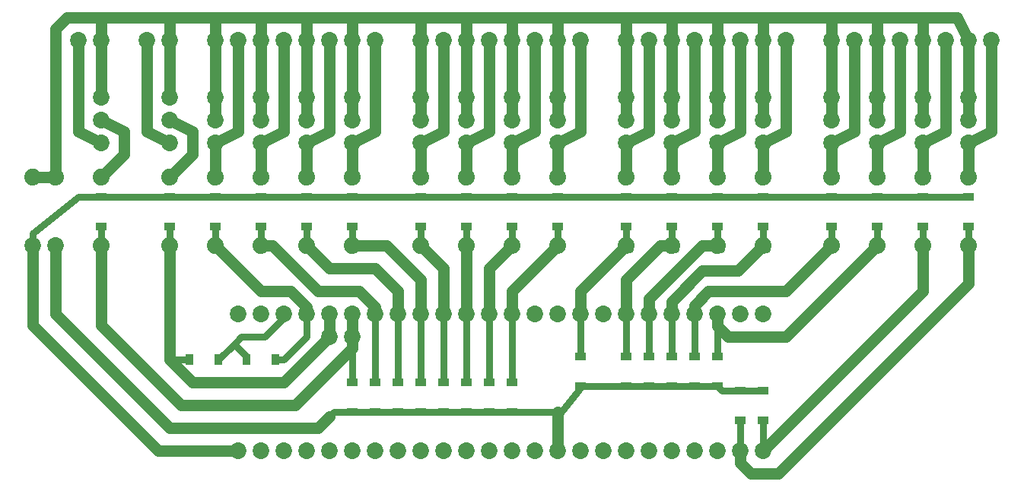
<source format=gbr>
G04 #@! TF.GenerationSoftware,KiCad,Pcbnew,(5.99.0-2302-g1dc804232)*
G04 #@! TF.CreationDate,2020-09-06T18:17:11-07:00*
G04 #@! TF.ProjectId,teensy,7465656e-7379-42e6-9b69-6361645f7063,rev?*
G04 #@! TF.SameCoordinates,Original*
G04 #@! TF.FileFunction,Copper,L2,Bot*
G04 #@! TF.FilePolarity,Positive*
%FSLAX46Y46*%
G04 Gerber Fmt 4.6, Leading zero omitted, Abs format (unit mm)*
G04 Created by KiCad (PCBNEW (5.99.0-2302-g1dc804232)) date 2020-09-06 18:17:11*
%MOMM*%
%LPD*%
G01*
G04 APERTURE LIST*
G04 #@! TA.AperFunction,ComponentPad*
%ADD10C,1.854200*%
G04 #@! TD*
G04 #@! TA.AperFunction,ComponentPad*
%ADD11C,1.879600*%
G04 #@! TD*
G04 #@! TA.AperFunction,SMDPad,CuDef*
%ADD12R,1.200000X0.900000*%
G04 #@! TD*
G04 #@! TA.AperFunction,SMDPad,CuDef*
%ADD13R,0.900000X1.200000*%
G04 #@! TD*
G04 #@! TA.AperFunction,Conductor*
%ADD14C,1.270000*%
G04 #@! TD*
G04 #@! TA.AperFunction,Conductor*
%ADD15C,0.762000*%
G04 #@! TD*
G04 APERTURE END LIST*
D10*
X165100000Y-144780000D03*
X167640000Y-144780000D03*
X170180000Y-144780000D03*
X172720000Y-144780000D03*
X162560000Y-144780000D03*
X160020000Y-144780000D03*
X157480000Y-144780000D03*
X175260000Y-144780000D03*
X177800000Y-144780000D03*
X180340000Y-144780000D03*
X182880000Y-144780000D03*
X182880000Y-129540000D03*
X180340000Y-129540000D03*
X177800000Y-129540000D03*
X175260000Y-129540000D03*
X172720000Y-129540000D03*
X170180000Y-129540000D03*
X167640000Y-129540000D03*
X165100000Y-129540000D03*
X154940000Y-144780000D03*
X152400000Y-144780000D03*
X149860000Y-144780000D03*
X147320000Y-144780000D03*
X144780000Y-144780000D03*
X142240000Y-144780000D03*
X139700000Y-144780000D03*
X137160000Y-144780000D03*
X134620000Y-144780000D03*
X132080000Y-144780000D03*
X129540000Y-144780000D03*
X127000000Y-144780000D03*
X124460000Y-144780000D03*
X162560000Y-129540000D03*
X160020000Y-129540000D03*
X157480000Y-129540000D03*
X154940000Y-129540000D03*
X152400000Y-129540000D03*
X149860000Y-129540000D03*
X147320000Y-129540000D03*
X144780000Y-129540000D03*
X142240000Y-129540000D03*
X139700000Y-129540000D03*
X137160000Y-129540000D03*
X134620000Y-129540000D03*
X132080000Y-129540000D03*
X129540000Y-129540000D03*
X127000000Y-129540000D03*
X124460000Y-129540000D03*
X134620000Y-132080000D03*
X137160000Y-132080000D03*
D11*
X109220000Y-121920000D03*
X109220000Y-114300000D03*
X116840000Y-121920000D03*
X116840000Y-114300000D03*
D10*
X109220000Y-99060000D03*
X106680000Y-99060000D03*
X116840000Y-99060000D03*
X114300000Y-99060000D03*
X144780000Y-99060000D03*
X147320000Y-99060000D03*
X149860000Y-99060000D03*
X152400000Y-99060000D03*
X154940000Y-99060000D03*
X157480000Y-99060000D03*
X160020000Y-99060000D03*
X162560000Y-99060000D03*
X121920000Y-99060000D03*
X124460000Y-99060000D03*
X127000000Y-99060000D03*
X129540000Y-99060000D03*
X132080000Y-99060000D03*
X134620000Y-99060000D03*
X137160000Y-99060000D03*
X139700000Y-99060000D03*
X190500000Y-99060000D03*
X193040000Y-99060000D03*
X195580000Y-99060000D03*
X198120000Y-99060000D03*
X200660000Y-99060000D03*
X203200000Y-99060000D03*
X205740000Y-99060000D03*
X208280000Y-99060000D03*
X167640000Y-99060000D03*
X170180000Y-99060000D03*
X172720000Y-99060000D03*
X175260000Y-99060000D03*
X177800000Y-99060000D03*
X180340000Y-99060000D03*
X182880000Y-99060000D03*
X185420000Y-99060000D03*
X109220000Y-110490000D03*
X109220000Y-107950000D03*
X109220000Y-105410000D03*
X116840000Y-110490000D03*
X116840000Y-107950000D03*
X116840000Y-105410000D03*
X160020000Y-110490000D03*
X160020000Y-107950000D03*
X160020000Y-105410000D03*
X154940000Y-110490000D03*
X154940000Y-107950000D03*
X154940000Y-105410000D03*
X149860000Y-110490000D03*
X149860000Y-107950000D03*
X149860000Y-105410000D03*
X144780000Y-110490000D03*
X144780000Y-107950000D03*
X144780000Y-105410000D03*
X137160000Y-110490000D03*
X137160000Y-107950000D03*
X137160000Y-105410000D03*
X132080000Y-110490000D03*
X132080000Y-107950000D03*
X132080000Y-105410000D03*
X127000000Y-110490000D03*
X127000000Y-107950000D03*
X127000000Y-105410000D03*
X121920000Y-110490000D03*
X121920000Y-107950000D03*
X121920000Y-105410000D03*
X205740000Y-110490000D03*
X205740000Y-107950000D03*
X205740000Y-105410000D03*
X200660000Y-110490000D03*
X200660000Y-107950000D03*
X200660000Y-105410000D03*
X195580000Y-110490000D03*
X195580000Y-107950000D03*
X195580000Y-105410000D03*
X190500000Y-110490000D03*
X190500000Y-107950000D03*
X190500000Y-105410000D03*
X182880000Y-110490000D03*
X182880000Y-107950000D03*
X182880000Y-105410000D03*
X177800000Y-110490000D03*
X177800000Y-107950000D03*
X177800000Y-105410000D03*
X172720000Y-110490000D03*
X172720000Y-107950000D03*
X172720000Y-105410000D03*
D11*
X137160000Y-121920000D03*
X137160000Y-114300000D03*
X132080000Y-121920000D03*
X132080000Y-114300000D03*
X127000000Y-121920000D03*
X127000000Y-114300000D03*
X121920000Y-121920000D03*
X121920000Y-114300000D03*
X144780000Y-121920000D03*
X144780000Y-114300000D03*
X149860000Y-121920000D03*
X149860000Y-114300000D03*
X154940000Y-121920000D03*
X154940000Y-114300000D03*
X160020000Y-121920000D03*
X160020000Y-114300000D03*
X167640000Y-121920000D03*
X167640000Y-114300000D03*
X172720000Y-121920000D03*
X172720000Y-114300000D03*
X177800000Y-121920000D03*
X177800000Y-114300000D03*
X182880000Y-121920000D03*
X182880000Y-114300000D03*
X190500000Y-121920000D03*
X190500000Y-114300000D03*
X195580000Y-121920000D03*
X195580000Y-114300000D03*
X200660000Y-121920000D03*
X200660000Y-114300000D03*
X205740000Y-121920000D03*
X205740000Y-114300000D03*
D10*
X101613802Y-121920000D03*
D11*
X101613802Y-114300000D03*
X104140000Y-114300000D03*
D10*
X104140000Y-121920000D03*
D12*
X137160000Y-137159645D03*
X137160000Y-140459645D03*
X109220000Y-116460000D03*
X109220000Y-119760000D03*
D13*
X119000000Y-134620000D03*
X122300000Y-134620000D03*
D12*
X116840000Y-116460000D03*
X116840000Y-119760000D03*
X144780000Y-137159645D03*
X144780000Y-140459645D03*
X137160000Y-116460000D03*
X137160000Y-119760000D03*
X142240000Y-137159645D03*
X142240000Y-140459645D03*
X132080000Y-116460000D03*
X132080000Y-119760000D03*
X139700000Y-137159645D03*
X139700000Y-140459645D03*
X127000000Y-116460000D03*
X127000000Y-119760000D03*
D13*
X128650000Y-134620000D03*
X125350000Y-134620000D03*
D12*
X121920000Y-116460000D03*
X121920000Y-119760000D03*
X147320000Y-137159645D03*
X147320000Y-140459645D03*
X144780000Y-116460000D03*
X144780000Y-119760000D03*
X149860000Y-137159645D03*
X149860000Y-140459645D03*
X149860000Y-116460000D03*
X149860000Y-119760000D03*
X152400000Y-137159645D03*
X152400000Y-140459645D03*
X154940000Y-116460000D03*
X154940000Y-119760000D03*
X154940000Y-137173375D03*
X154940000Y-140473375D03*
X160020000Y-116460000D03*
X160020000Y-119760000D03*
X162560000Y-134240000D03*
X162560000Y-137540000D03*
X167640000Y-116460000D03*
X167640000Y-119760000D03*
X167640000Y-134240000D03*
X167640000Y-137540000D03*
X172720000Y-116460000D03*
X172720000Y-119760000D03*
X170180000Y-134240000D03*
X170180000Y-137540000D03*
X177800000Y-116460000D03*
X177800000Y-119760000D03*
X172720000Y-134240000D03*
X172720000Y-137540000D03*
X182880000Y-116460000D03*
X182880000Y-119760000D03*
X175260000Y-134240000D03*
X175260000Y-137540000D03*
X190500000Y-116460000D03*
X190500000Y-119760000D03*
X177800000Y-134240000D03*
X177800000Y-137540000D03*
X195580000Y-116460000D03*
X195580000Y-119760000D03*
X182880000Y-141350000D03*
X182880000Y-138050000D03*
X200660000Y-116460000D03*
X200660000Y-119760000D03*
X180340000Y-141350000D03*
X180340000Y-138050000D03*
X205740000Y-116460000D03*
X205740000Y-119760000D03*
D10*
X167640000Y-110490000D03*
X167640000Y-107950000D03*
X167640000Y-105410000D03*
D14*
X172720000Y-128138540D02*
X176122263Y-124736277D01*
X172720000Y-129540000D02*
X172720000Y-128138540D01*
X176122263Y-124736277D02*
X180063723Y-124736277D01*
X180063723Y-124736277D02*
X182880000Y-121920000D01*
X175260000Y-128558409D02*
X176818409Y-127000000D01*
X185420000Y-127000000D02*
X190500000Y-121920000D01*
X175260000Y-129540000D02*
X175260000Y-128558409D01*
X176818409Y-127000000D02*
X185420000Y-127000000D01*
X170180000Y-127839481D02*
X176099481Y-121920000D01*
X170180000Y-129540000D02*
X170180000Y-127839481D01*
X176099481Y-121920000D02*
X177800000Y-121920000D01*
X167640000Y-125730000D02*
X171450000Y-121920000D01*
X167640000Y-129540000D02*
X167640000Y-125730000D01*
X171450000Y-121920000D02*
X172720000Y-121920000D01*
X115570000Y-144780000D02*
X101600000Y-130810000D01*
X124460000Y-144780000D02*
X115570000Y-144780000D01*
X101600000Y-130810000D02*
X101600000Y-121920000D01*
X133350000Y-142240000D02*
X116840000Y-142240000D01*
X134620000Y-140970000D02*
X133350000Y-142240000D01*
X116840000Y-142240000D02*
X104140000Y-129540000D01*
X104140000Y-129540000D02*
X104140000Y-121920000D01*
X130810000Y-139700000D02*
X118110000Y-139700000D01*
X137139938Y-133370062D02*
X130810000Y-139700000D01*
X118110000Y-139700000D02*
X109220000Y-130810000D01*
X109220000Y-130810000D02*
X109220000Y-121920000D01*
D15*
X101600000Y-120590923D02*
X106680000Y-116460000D01*
X106680000Y-116460000D02*
X107060000Y-116460000D01*
X101600000Y-121920000D02*
X101600000Y-120590923D01*
X107060000Y-116460000D02*
X109220000Y-116460000D01*
D14*
X101600000Y-114300000D02*
X104140000Y-114300000D01*
X104140000Y-97790000D02*
X105410000Y-96520000D01*
X105410000Y-96520000D02*
X106680000Y-96520000D01*
X104140000Y-114300000D02*
X104140000Y-97790000D01*
X106680000Y-96520000D02*
X109220000Y-96520000D01*
X200660000Y-96520000D02*
X204470000Y-96520000D01*
X204470000Y-96520000D02*
X205740000Y-99060000D01*
X114300000Y-99060000D02*
X114300000Y-109220000D01*
X114300000Y-109220000D02*
X116840000Y-110490000D01*
X109220000Y-110490000D02*
X106680000Y-109220000D01*
X106680000Y-109220000D02*
X106680000Y-99060000D01*
X111760000Y-111760000D02*
X111760000Y-109220000D01*
X109220000Y-114300000D02*
X111760000Y-111760000D01*
X111760000Y-109220000D02*
X109220000Y-107950000D01*
X119380000Y-111760000D02*
X119380000Y-109220000D01*
X116840000Y-114300000D02*
X119380000Y-111760000D01*
X119380000Y-109220000D02*
X116840000Y-107950000D01*
X205740000Y-110490000D02*
X208280000Y-109220000D01*
X208280000Y-109220000D02*
X208280000Y-99060000D01*
X200660000Y-110490000D02*
X203200000Y-109220000D01*
X203200000Y-109220000D02*
X203200000Y-99060000D01*
X195580000Y-110490000D02*
X198120000Y-109220000D01*
X198120000Y-109220000D02*
X198120000Y-99060000D01*
X190500000Y-110490000D02*
X193040000Y-109220000D01*
X193040000Y-109220000D02*
X193040000Y-99060000D01*
X182880000Y-110490000D02*
X185420000Y-109220000D01*
X185420000Y-109220000D02*
X185420000Y-99060000D01*
X177800000Y-110490000D02*
X180340000Y-109220000D01*
X180340000Y-109220000D02*
X180340000Y-99060000D01*
X172720000Y-110490000D02*
X175260000Y-109220000D01*
X175260000Y-109220000D02*
X175260000Y-99060000D01*
X167640000Y-110490000D02*
X170180000Y-109220000D01*
X170180000Y-109220000D02*
X170180000Y-99060000D01*
X160020000Y-110490000D02*
X162560000Y-109220000D01*
X162560000Y-109220000D02*
X162560000Y-99060000D01*
X154940000Y-110490000D02*
X157480000Y-109220000D01*
X157480000Y-109220000D02*
X157480000Y-99060000D01*
X149860000Y-110490000D02*
X152400000Y-109220000D01*
X152400000Y-109220000D02*
X152400000Y-99060000D01*
X144780000Y-110490000D02*
X147320000Y-109220000D01*
X147320000Y-109220000D02*
X147320000Y-99060000D01*
X137160000Y-110490000D02*
X139700000Y-109220000D01*
X139700000Y-109220000D02*
X139700000Y-99060000D01*
X132080000Y-110490000D02*
X134620000Y-109220000D01*
X134620000Y-109220000D02*
X134620000Y-99060000D01*
X127000000Y-110490000D02*
X129540000Y-109220000D01*
X129540000Y-109220000D02*
X129540000Y-99060000D01*
X121920000Y-110490000D02*
X124460000Y-109220000D01*
X124460000Y-109220000D02*
X124460000Y-99060000D01*
X109220000Y-105410000D02*
X109220000Y-99060000D01*
X109220000Y-99060000D02*
X109220000Y-96520000D01*
X116840000Y-99060000D02*
X116840000Y-105410000D01*
X116840000Y-99060000D02*
X116840000Y-96520000D01*
X109220000Y-96520000D02*
X114300000Y-96520000D01*
X205740000Y-110490000D02*
X205740000Y-114300000D01*
X200660000Y-110490000D02*
X200660000Y-114300000D01*
X195580000Y-110490000D02*
X195580000Y-114300000D01*
X190500000Y-110490000D02*
X190500000Y-114300000D01*
X182880000Y-110490000D02*
X182880000Y-114300000D01*
X177800000Y-110490000D02*
X177800000Y-114300000D01*
X172720000Y-110490000D02*
X172720000Y-114300000D01*
X167640000Y-110490000D02*
X167640000Y-114300000D01*
X160020000Y-110490000D02*
X160020000Y-114300000D01*
X154940000Y-110490000D02*
X154940000Y-114300000D01*
X149860000Y-110490000D02*
X149860000Y-114300000D01*
X144780000Y-110490000D02*
X144780000Y-114300000D01*
X137160000Y-110490000D02*
X137160000Y-114300000D01*
X132080000Y-110490000D02*
X132080000Y-114300000D01*
X127000000Y-110490000D02*
X127000000Y-114300000D01*
X121920000Y-110490000D02*
X121920000Y-114300000D01*
X116840000Y-134620000D02*
X116840000Y-124460000D01*
X116840000Y-124460000D02*
X116840000Y-121920000D01*
X114300000Y-96520000D02*
X116840000Y-96520000D01*
X116840000Y-96520000D02*
X121920000Y-96520000D01*
X129540000Y-137160000D02*
X119380000Y-137160000D01*
X134620000Y-132080000D02*
X129540000Y-137160000D01*
X119380000Y-137160000D02*
X116840000Y-134620000D01*
X180340000Y-146109077D02*
X181550923Y-147320000D01*
X180340000Y-144780000D02*
X180340000Y-146109077D01*
X181550923Y-147320000D02*
X184534049Y-147320000D01*
X184534049Y-147320000D02*
X205740000Y-126114049D01*
X205740000Y-126114049D02*
X205740000Y-121920000D01*
D15*
X109220000Y-116460000D02*
X205740000Y-116460000D01*
D14*
X177800000Y-130869077D02*
X179010923Y-132080000D01*
X177800000Y-129540000D02*
X177800000Y-130869077D01*
X185420000Y-132080000D02*
X195580000Y-121920000D01*
X179010923Y-132080000D02*
X185420000Y-132080000D01*
X139700000Y-128771902D02*
X137928098Y-127000000D01*
X139700000Y-129540000D02*
X139700000Y-128771902D01*
X133350000Y-127000000D02*
X128270000Y-121920000D01*
X137928098Y-127000000D02*
X133350000Y-127000000D01*
X128270000Y-121920000D02*
X127000000Y-121920000D01*
X132080000Y-128771902D02*
X130308098Y-127000000D01*
X132080000Y-129540000D02*
X132080000Y-128771902D01*
X130308098Y-127000000D02*
X127000000Y-127000000D01*
X127000000Y-127000000D02*
X121920000Y-121920000D01*
X160020000Y-121920000D02*
X154940000Y-127000000D01*
X154940000Y-127000000D02*
X154940000Y-129540000D01*
D15*
X205740000Y-119760000D02*
X205740000Y-121920000D01*
X200660000Y-119760000D02*
X200660000Y-121920000D01*
X195580000Y-119760000D02*
X195580000Y-121920000D01*
X190500000Y-119760000D02*
X190500000Y-121920000D01*
X182880000Y-119760000D02*
X182880000Y-121920000D01*
X177800000Y-119760000D02*
X177800000Y-121920000D01*
X172720000Y-119760000D02*
X172720000Y-121920000D01*
X167640000Y-119760000D02*
X167640000Y-121920000D01*
X160020000Y-119760000D02*
X160020000Y-121920000D01*
X154940000Y-119760000D02*
X154940000Y-121920000D01*
X149860000Y-119760000D02*
X149860000Y-121920000D01*
X144780000Y-119760000D02*
X144780000Y-121920000D01*
X137160000Y-119760000D02*
X137160000Y-121920000D01*
X132080000Y-119760000D02*
X132080000Y-121920000D01*
X127000000Y-121920000D02*
X127000000Y-119760000D01*
X121920000Y-121920000D02*
X121920000Y-119760000D01*
X116840000Y-121920000D02*
X116840000Y-119760000D01*
X109211574Y-121920000D02*
X109211574Y-119768426D01*
X109211574Y-119768426D02*
X109220000Y-119760000D01*
D14*
X121920000Y-96520000D02*
X127000000Y-96520000D01*
X121920000Y-99060000D02*
X121920000Y-96520000D01*
X127000000Y-96520000D02*
X132080000Y-96520000D01*
X127000000Y-99060000D02*
X127000000Y-96520000D01*
X132080000Y-96520000D02*
X137160000Y-96520000D01*
X132080000Y-99060000D02*
X132080000Y-96520000D01*
X137160000Y-96520000D02*
X144780000Y-96520000D01*
X137160000Y-99060000D02*
X137160000Y-96520000D01*
X144780000Y-96520000D02*
X149860000Y-96520000D01*
X144780000Y-99060000D02*
X144780000Y-96520000D01*
X149860000Y-96520000D02*
X154940000Y-96520000D01*
X149860000Y-99060000D02*
X149860000Y-96520000D01*
X154940000Y-96520000D02*
X160020000Y-96520000D01*
X154940000Y-99060000D02*
X154940000Y-96520000D01*
X160020000Y-96520000D02*
X167640000Y-96520000D01*
X160020000Y-99060000D02*
X160020000Y-96520000D01*
X167640000Y-96520000D02*
X172720000Y-96520000D01*
X167640000Y-99060000D02*
X167640000Y-96520000D01*
X172720000Y-96520000D02*
X177800000Y-96520000D01*
X172720000Y-99060000D02*
X172720000Y-96520000D01*
X177800000Y-96520000D02*
X182880000Y-96520000D01*
X177800000Y-99060000D02*
X177800000Y-96520000D01*
X182880000Y-96520000D02*
X190500000Y-96520000D01*
X182880000Y-99060000D02*
X182880000Y-96520000D01*
X190500000Y-96520000D02*
X195580000Y-96520000D01*
X190500000Y-99060000D02*
X190500000Y-96520000D01*
X195580000Y-96520000D02*
X200660000Y-96520000D01*
X195580000Y-99060000D02*
X195580000Y-96520000D01*
X200660000Y-99060000D02*
X200660000Y-96520000D01*
X121920000Y-99060000D02*
X121920000Y-105410000D01*
X127000000Y-105410000D02*
X127000000Y-99060000D01*
X132080000Y-99060000D02*
X132080000Y-105410000D01*
X137160000Y-105410000D02*
X137160000Y-99060000D01*
X144780000Y-99060000D02*
X144780000Y-105410000D01*
X149860000Y-105410000D02*
X149860000Y-99060000D01*
X154940000Y-99060000D02*
X154940000Y-105410000D01*
X160020000Y-105410000D02*
X160020000Y-99060000D01*
X167640000Y-99060000D02*
X167640000Y-105410000D01*
X172720000Y-105410000D02*
X172720000Y-99060000D01*
X177800000Y-99060000D02*
X177800000Y-105410000D01*
X182880000Y-105410000D02*
X182880000Y-99060000D01*
X190500000Y-99060000D02*
X190500000Y-105410000D01*
X195580000Y-105410000D02*
X195580000Y-99060000D01*
X200660000Y-99060000D02*
X200660000Y-105410000D01*
X205740000Y-105410000D02*
X205740000Y-99060000D01*
X205740000Y-105410000D02*
X205740000Y-107950000D01*
X200660000Y-105410000D02*
X200660000Y-107950000D01*
X195580000Y-105410000D02*
X195580000Y-107950000D01*
X190500000Y-105410000D02*
X190500000Y-107950000D01*
X182880000Y-105410000D02*
X182880000Y-107950000D01*
X177800000Y-105410000D02*
X177800000Y-107950000D01*
X172720000Y-105410000D02*
X172720000Y-107950000D01*
X167640000Y-105410000D02*
X167640000Y-107950000D01*
X160020000Y-105410000D02*
X160020000Y-107950000D01*
X154940000Y-105410000D02*
X154940000Y-107950000D01*
X149860000Y-105410000D02*
X149860000Y-107950000D01*
X144780000Y-105410000D02*
X144780000Y-107950000D01*
X137160000Y-105410000D02*
X137160000Y-107950000D01*
X132080000Y-105410000D02*
X132080000Y-107950000D01*
X127000000Y-105410000D02*
X127000000Y-107950000D01*
X121920000Y-105410000D02*
X121920000Y-107950000D01*
D15*
X132080000Y-132080000D02*
X132080000Y-129540000D01*
X128650000Y-134620000D02*
X129540000Y-134620000D01*
X129540000Y-134620000D02*
X132080000Y-132080000D01*
X124015000Y-132905000D02*
X122300000Y-134620000D01*
X124840000Y-132080000D02*
X124015000Y-132905000D01*
X125350000Y-134620000D02*
X125350000Y-134240000D01*
X125350000Y-134240000D02*
X124015000Y-132905000D01*
X129540000Y-129932178D02*
X127392178Y-132080000D01*
X129540000Y-129540000D02*
X129540000Y-129932178D01*
X127392178Y-132080000D02*
X124840000Y-132080000D01*
X119000000Y-134620000D02*
X116840000Y-134620000D01*
D14*
X134620000Y-132080000D02*
X134620000Y-129540000D01*
X137139938Y-133370062D02*
X137139938Y-132100062D01*
X137139938Y-132100062D02*
X137160000Y-132080000D01*
X137160000Y-132080000D02*
X137160000Y-129540000D01*
X182880000Y-144780000D02*
X200660000Y-127000000D01*
X200660000Y-127000000D02*
X200660000Y-121920000D01*
D15*
X162632538Y-137677899D02*
X160020000Y-140970000D01*
D14*
X160020000Y-144780000D02*
X160020000Y-140970000D01*
X160020000Y-140970000D02*
X160004898Y-140486755D01*
D15*
X154940000Y-140473375D02*
X160004898Y-140486755D01*
X154940000Y-129540000D02*
X154940000Y-137173375D01*
D14*
X134620000Y-124460000D02*
X139700000Y-124460000D01*
X139700000Y-124460000D02*
X142240000Y-127000000D01*
X132080000Y-121920000D02*
X134620000Y-124460000D01*
X142240000Y-127000000D02*
X142240000Y-129540000D01*
X140970000Y-121920000D02*
X144780000Y-125730000D01*
X144780000Y-125730000D02*
X144780000Y-129540000D01*
X137160000Y-121920000D02*
X140970000Y-121920000D01*
X144780000Y-121920000D02*
X147320000Y-124460000D01*
X147320000Y-124460000D02*
X147320000Y-129540000D01*
X162560000Y-129540000D02*
X162560000Y-127000000D01*
X162560000Y-127000000D02*
X167640000Y-121920000D01*
X154940000Y-121920000D02*
X152400000Y-124460000D01*
X152400000Y-124460000D02*
X152400000Y-129540000D01*
X149860000Y-121920000D02*
X149860000Y-126809988D01*
X149860000Y-129540000D02*
X149860000Y-126809988D01*
D15*
X137139938Y-137159645D02*
X137139938Y-133370062D01*
D14*
X177800000Y-129540000D02*
X177800000Y-130684018D01*
D15*
X137160000Y-140459645D02*
X135130355Y-140459645D01*
X135130355Y-140459645D02*
X134620000Y-140970000D01*
X167640000Y-121920000D02*
X168089608Y-122369608D01*
X195548995Y-122369608D02*
X195612131Y-122306472D01*
X190414987Y-122369608D02*
X190495351Y-122289244D01*
X182880000Y-121920000D02*
X183329608Y-122369608D01*
X177800000Y-121920000D02*
X178247933Y-122367933D01*
X172720000Y-121920000D02*
X173167933Y-122367933D01*
X205654773Y-122383310D02*
X205740000Y-122298083D01*
X200574773Y-122383310D02*
X200660000Y-122298083D01*
X139700000Y-140459645D02*
X137160000Y-140459645D01*
X142240000Y-140459645D02*
X139700000Y-140459645D01*
X144780000Y-140459645D02*
X142240000Y-140459645D01*
X147320000Y-140459645D02*
X144780000Y-140459645D01*
X149860000Y-140459645D02*
X147320000Y-140459645D01*
X152400000Y-140459645D02*
X149860000Y-140459645D01*
X152400000Y-140459645D02*
X154926270Y-140459645D01*
X167640000Y-137540000D02*
X162560000Y-137540000D01*
X170180000Y-137540000D02*
X167640000Y-137540000D01*
X172720000Y-137540000D02*
X170180000Y-137540000D01*
X172720000Y-137540000D02*
X175260000Y-137540000D01*
X177800000Y-137540000D02*
X175260000Y-137540000D01*
X180340000Y-138050000D02*
X178310000Y-138050000D01*
X178310000Y-138050000D02*
X177800000Y-137540000D01*
X180340000Y-138050000D02*
X182880000Y-138050000D01*
X182880000Y-141350000D02*
X182880000Y-144780000D01*
X180340000Y-141350000D02*
X180340000Y-144780000D01*
X177800000Y-129540000D02*
X177800000Y-134240000D01*
X175260000Y-129540000D02*
X175260000Y-134240000D01*
X172720000Y-129540000D02*
X172720000Y-134240000D01*
X170180000Y-129540000D02*
X170180000Y-134240000D01*
X167640000Y-129540000D02*
X167640000Y-134240000D01*
X162560000Y-129540000D02*
X162560000Y-134240000D01*
X152400000Y-129540000D02*
X152400000Y-137159645D01*
X149860000Y-129540000D02*
X149860000Y-137159645D01*
X147320000Y-129540000D02*
X147320000Y-137159645D01*
X144780000Y-129540000D02*
X144780000Y-137159645D01*
X142240000Y-129540000D02*
X142240000Y-137159645D01*
X139700000Y-129540000D02*
X139700000Y-137159645D01*
M02*

</source>
